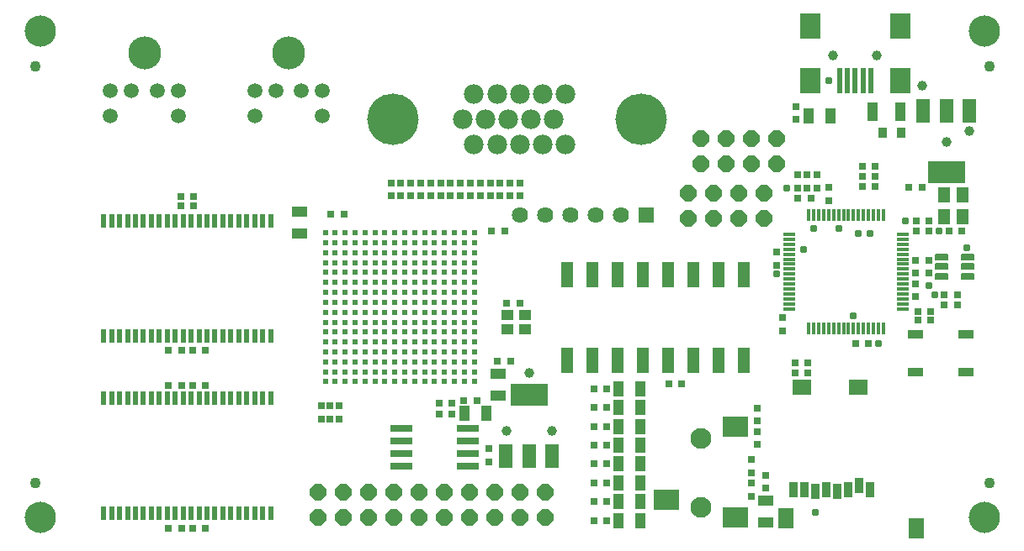
<source format=gts>
G75*
G70*
%OFA0B0*%
%FSLAX24Y24*%
%IPPOS*%
%LPD*%
%AMOC8*
5,1,8,0,0,1.08239X$1,22.5*
%
%ADD10C,0.1240*%
%ADD11R,0.0910X0.0280*%
%ADD12R,0.0146X0.0512*%
%ADD13R,0.0512X0.0146*%
%ADD14R,0.0316X0.0276*%
%ADD15R,0.0276X0.0316*%
%ADD16R,0.0237X0.1024*%
%ADD17R,0.0827X0.1024*%
%ADD18C,0.0394*%
%ADD19R,0.0512X0.0591*%
%ADD20C,0.0051*%
%ADD21R,0.0749X0.0591*%
%ADD22R,0.0591X0.0788*%
%ADD23R,0.0355X0.0631*%
%ADD24R,0.0394X0.0591*%
%ADD25R,0.0473X0.0394*%
%ADD26R,0.0591X0.0394*%
%ADD27R,0.0197X0.0552*%
%ADD28C,0.0237*%
%ADD29C,0.0594*%
%ADD30C,0.1306*%
%ADD31OC8,0.0640*%
%ADD32C,0.0780*%
%ADD33C,0.2040*%
%ADD34R,0.0520X0.0920*%
%ADD35R,0.1457X0.0906*%
%ADD36R,0.0355X0.0434*%
%ADD37R,0.0640X0.0640*%
%ADD38C,0.0640*%
%ADD39R,0.0640X0.0340*%
%ADD40R,0.1024X0.0827*%
%ADD41C,0.0827*%
%ADD42R,0.0485X0.1001*%
%ADD43R,0.0434X0.0749*%
%ADD44C,0.0434*%
%ADD45C,0.0310*%
%ADD46C,0.0396*%
D10*
X001134Y002973D03*
X001134Y022264D03*
X038536Y022264D03*
X038536Y002973D03*
D11*
X018084Y005018D03*
X018084Y005518D03*
X018084Y006018D03*
X018084Y006518D03*
X015434Y006518D03*
X015434Y006018D03*
X015434Y005518D03*
X015434Y005018D03*
D12*
X031587Y010492D03*
X031784Y010492D03*
X031981Y010492D03*
X032178Y010492D03*
X032374Y010492D03*
X032571Y010492D03*
X032768Y010492D03*
X032965Y010492D03*
X033162Y010492D03*
X033359Y010492D03*
X033556Y010492D03*
X033752Y010492D03*
X033949Y010492D03*
X034146Y010492D03*
X034343Y010492D03*
X034540Y010492D03*
X034540Y014981D03*
X034343Y014981D03*
X034146Y014981D03*
X033949Y014981D03*
X033752Y014981D03*
X033556Y014981D03*
X033359Y014981D03*
X033162Y014981D03*
X032965Y014981D03*
X032768Y014981D03*
X032571Y014981D03*
X032374Y014981D03*
X032178Y014981D03*
X031981Y014981D03*
X031784Y014981D03*
X031587Y014981D03*
D13*
X030819Y014213D03*
X030819Y014016D03*
X030819Y013819D03*
X030819Y013622D03*
X030819Y013425D03*
X030819Y013229D03*
X030819Y013032D03*
X030819Y012835D03*
X030819Y012638D03*
X030819Y012441D03*
X030819Y012244D03*
X030819Y012047D03*
X030819Y011851D03*
X030819Y011654D03*
X030819Y011457D03*
X030819Y011260D03*
X035307Y011260D03*
X035307Y011457D03*
X035307Y011654D03*
X035307Y011851D03*
X035307Y012047D03*
X035307Y012244D03*
X035307Y012441D03*
X035307Y012638D03*
X035307Y012835D03*
X035307Y013032D03*
X035307Y013229D03*
X035307Y013425D03*
X035307Y013622D03*
X035307Y013819D03*
X035307Y014016D03*
X035307Y014213D03*
D14*
X035837Y014351D03*
X036353Y014351D03*
X036353Y014744D03*
X035837Y014744D03*
X037136Y014351D03*
X037652Y014351D03*
X036067Y016063D03*
X035552Y016063D03*
X034227Y016122D03*
X034227Y016516D03*
X034227Y016910D03*
X033711Y016910D03*
X033711Y016516D03*
X033711Y016122D03*
X031668Y015650D03*
X031152Y015650D03*
X036959Y011801D03*
X036959Y011408D03*
X036431Y011162D03*
X035916Y011162D03*
X035916Y010807D03*
X036431Y010807D03*
X037475Y011408D03*
X037475Y011801D03*
X033951Y009882D03*
X033436Y009882D03*
X031550Y009114D03*
X031550Y008721D03*
X031034Y008721D03*
X031034Y009114D03*
X026550Y008288D03*
X026034Y008288D03*
X023597Y008091D03*
X023081Y008091D03*
X023081Y007343D03*
X023597Y007343D03*
X023597Y006595D03*
X023081Y006595D03*
X023081Y005847D03*
X023597Y005847D03*
X023597Y005099D03*
X023081Y005099D03*
X023081Y004351D03*
X023597Y004351D03*
X023597Y003603D03*
X023081Y003603D03*
X023081Y002855D03*
X023597Y002855D03*
X017455Y007067D03*
X017455Y007500D03*
X016939Y007500D03*
X016939Y007067D03*
X017924Y007618D03*
X018439Y007618D03*
X019262Y009193D03*
X019778Y009193D03*
X019617Y011477D03*
X020132Y011477D03*
X019542Y014351D03*
X019026Y014351D03*
X013174Y015020D03*
X012658Y015020D03*
X007219Y015335D03*
X007219Y015729D03*
X006703Y015729D03*
X006703Y015335D03*
X006746Y009626D03*
X006231Y009626D03*
X007176Y009626D03*
X007691Y009626D03*
X007691Y008209D03*
X007176Y008209D03*
X006746Y008209D03*
X006231Y008209D03*
X006231Y002540D03*
X006746Y002540D03*
X007176Y002540D03*
X007691Y002540D03*
D15*
X012276Y006888D03*
X012630Y006888D03*
X012985Y006888D03*
X012985Y007404D03*
X012630Y007404D03*
X012276Y007404D03*
X018930Y005711D03*
X018930Y005195D03*
X029323Y005278D03*
X029323Y004762D03*
X029323Y004333D03*
X029323Y003817D03*
X029874Y004132D03*
X029874Y004648D03*
X029559Y005864D03*
X029559Y006380D03*
X029559Y006809D03*
X029559Y007325D03*
X030554Y010382D03*
X030554Y010898D03*
X030307Y012990D03*
X030307Y013506D03*
X032374Y015550D03*
X032374Y016065D03*
X031922Y016061D03*
X031528Y016061D03*
X031134Y016061D03*
X031134Y016577D03*
X031528Y016577D03*
X031922Y016577D03*
X031095Y018778D03*
X031095Y019293D03*
X035829Y013191D03*
X036361Y013191D03*
X036361Y012676D03*
X035829Y012676D03*
X035829Y012246D03*
X035829Y011731D03*
X020150Y015746D03*
X019756Y015746D03*
X019363Y015746D03*
X018969Y015746D03*
X018575Y015746D03*
X018181Y015746D03*
X017788Y015746D03*
X017394Y015746D03*
X017000Y015746D03*
X016607Y015746D03*
X016213Y015746D03*
X015819Y015746D03*
X015426Y015746D03*
X015032Y015746D03*
X015032Y016262D03*
X015426Y016262D03*
X015819Y016262D03*
X016213Y016262D03*
X016607Y016262D03*
X017000Y016262D03*
X017394Y016262D03*
X017788Y016262D03*
X018181Y016262D03*
X018575Y016262D03*
X018969Y016262D03*
X019363Y016262D03*
X019756Y016262D03*
X020150Y016262D03*
D16*
X032798Y020321D03*
X033113Y020321D03*
X033428Y020321D03*
X033743Y020321D03*
X034057Y020321D03*
D17*
X035199Y020321D03*
X035199Y022486D03*
X031656Y022486D03*
X031656Y020321D03*
D18*
X032561Y021305D03*
X034294Y021305D03*
D19*
X036961Y015768D03*
X037670Y015768D03*
X037670Y014902D03*
X036961Y014902D03*
D20*
X036622Y013410D02*
X036622Y013204D01*
X036622Y013410D02*
X037084Y013410D01*
X037084Y013204D01*
X036622Y013204D01*
X036622Y013254D02*
X037084Y013254D01*
X037084Y013304D02*
X036622Y013304D01*
X036622Y013354D02*
X037084Y013354D01*
X037084Y013404D02*
X036622Y013404D01*
X036622Y013036D02*
X036622Y012830D01*
X036622Y013036D02*
X037084Y013036D01*
X037084Y012830D01*
X036622Y012830D01*
X036622Y012880D02*
X037084Y012880D01*
X037084Y012930D02*
X036622Y012930D01*
X036622Y012980D02*
X037084Y012980D01*
X037084Y013030D02*
X036622Y013030D01*
X036622Y012662D02*
X036622Y012456D01*
X036622Y012662D02*
X037084Y012662D01*
X037084Y012456D01*
X036622Y012456D01*
X036622Y012506D02*
X037084Y012506D01*
X037084Y012556D02*
X036622Y012556D01*
X036622Y012606D02*
X037084Y012606D01*
X037084Y012656D02*
X036622Y012656D01*
X037645Y012662D02*
X037645Y012456D01*
X037645Y012662D02*
X038107Y012662D01*
X038107Y012456D01*
X037645Y012456D01*
X037645Y012506D02*
X038107Y012506D01*
X038107Y012556D02*
X037645Y012556D01*
X037645Y012606D02*
X038107Y012606D01*
X038107Y012656D02*
X037645Y012656D01*
X037645Y012830D02*
X037645Y013036D01*
X038107Y013036D01*
X038107Y012830D01*
X037645Y012830D01*
X037645Y012880D02*
X038107Y012880D01*
X038107Y012930D02*
X037645Y012930D01*
X037645Y012980D02*
X038107Y012980D01*
X038107Y013030D02*
X037645Y013030D01*
X037645Y013204D02*
X037645Y013410D01*
X038107Y013410D01*
X038107Y013204D01*
X037645Y013204D01*
X037645Y013254D02*
X038107Y013254D01*
X038107Y013304D02*
X037645Y013304D01*
X037645Y013354D02*
X038107Y013354D01*
X038107Y013404D02*
X037645Y013404D01*
D21*
X033556Y008132D03*
X031311Y008132D03*
D22*
X030681Y002955D03*
X035859Y002561D03*
D23*
X034024Y004077D03*
X033591Y004234D03*
X033158Y004077D03*
X032725Y003998D03*
X032292Y004077D03*
X031859Y003998D03*
X031426Y004077D03*
X030993Y004077D03*
D24*
X024914Y004351D03*
X024048Y004351D03*
X024048Y005099D03*
X024914Y005099D03*
X024914Y005847D03*
X024048Y005847D03*
X024048Y006595D03*
X024914Y006595D03*
X024914Y007343D03*
X024048Y007343D03*
X024048Y008091D03*
X024914Y008091D03*
X018811Y007107D03*
X017945Y007107D03*
X024048Y003603D03*
X024048Y002855D03*
X024914Y002855D03*
X024914Y003603D03*
X031567Y018918D03*
X032433Y018918D03*
D25*
X020347Y011004D03*
X020347Y010453D03*
X019638Y010453D03*
X019638Y011004D03*
D26*
X019284Y008681D03*
X019284Y007815D03*
X011410Y014233D03*
X011410Y015099D03*
X029874Y003642D03*
X029874Y002776D03*
D27*
X010268Y003130D03*
X009953Y003130D03*
X009638Y003130D03*
X009323Y003130D03*
X009008Y003130D03*
X008693Y003130D03*
X008378Y003130D03*
X008063Y003130D03*
X007748Y003130D03*
X007433Y003130D03*
X007119Y003130D03*
X006804Y003130D03*
X006489Y003130D03*
X006174Y003130D03*
X005859Y003130D03*
X005544Y003130D03*
X005229Y003130D03*
X004914Y003130D03*
X004599Y003130D03*
X004284Y003130D03*
X003969Y003130D03*
X003654Y003130D03*
X003654Y007697D03*
X003969Y007697D03*
X004284Y007697D03*
X004599Y007697D03*
X004914Y007697D03*
X005229Y007697D03*
X005544Y007697D03*
X005859Y007697D03*
X006174Y007697D03*
X006489Y007697D03*
X006804Y007697D03*
X007119Y007697D03*
X007433Y007697D03*
X007748Y007697D03*
X008063Y007697D03*
X008378Y007697D03*
X008693Y007697D03*
X009008Y007697D03*
X009323Y007697D03*
X009638Y007697D03*
X009953Y007697D03*
X010268Y007697D03*
X010268Y010177D03*
X009953Y010177D03*
X009638Y010177D03*
X009323Y010177D03*
X009008Y010177D03*
X008693Y010177D03*
X008378Y010177D03*
X008063Y010177D03*
X007748Y010177D03*
X007433Y010177D03*
X007119Y010177D03*
X006804Y010177D03*
X006489Y010177D03*
X006174Y010177D03*
X005859Y010177D03*
X005544Y010177D03*
X005229Y010177D03*
X004914Y010177D03*
X004599Y010177D03*
X004284Y010177D03*
X003969Y010177D03*
X003654Y010177D03*
X003654Y014744D03*
X003969Y014744D03*
X004284Y014744D03*
X004599Y014744D03*
X004914Y014744D03*
X005229Y014744D03*
X005544Y014744D03*
X005859Y014744D03*
X006174Y014744D03*
X006489Y014744D03*
X006804Y014744D03*
X007119Y014744D03*
X007433Y014744D03*
X007748Y014744D03*
X008063Y014744D03*
X008378Y014744D03*
X008693Y014744D03*
X009008Y014744D03*
X009323Y014744D03*
X009638Y014744D03*
X009953Y014744D03*
X010268Y014744D03*
D28*
X012433Y014272D03*
X012827Y014272D03*
X013221Y014272D03*
X013615Y014272D03*
X014008Y014272D03*
X014402Y014272D03*
X014796Y014272D03*
X015189Y014272D03*
X015583Y014272D03*
X015977Y014272D03*
X016370Y014272D03*
X016764Y014272D03*
X017158Y014272D03*
X017552Y014272D03*
X017945Y014272D03*
X018339Y014272D03*
X018339Y013878D03*
X018339Y013484D03*
X017945Y013484D03*
X017552Y013484D03*
X017158Y013484D03*
X016764Y013484D03*
X016370Y013484D03*
X015977Y013484D03*
X015583Y013484D03*
X015189Y013484D03*
X014796Y013484D03*
X014402Y013484D03*
X014008Y013484D03*
X013615Y013484D03*
X013221Y013484D03*
X012827Y013484D03*
X012433Y013484D03*
X012433Y013878D03*
X012827Y013878D03*
X013221Y013878D03*
X013615Y013878D03*
X014008Y013878D03*
X014402Y013878D03*
X014796Y013878D03*
X015189Y013878D03*
X015583Y013878D03*
X015977Y013878D03*
X016370Y013878D03*
X016764Y013878D03*
X017158Y013878D03*
X017552Y013878D03*
X017945Y013878D03*
X017945Y013091D03*
X017552Y013091D03*
X017552Y012697D03*
X017945Y012697D03*
X018339Y012697D03*
X018339Y013091D03*
X018339Y012303D03*
X018339Y011910D03*
X017945Y011910D03*
X017945Y012303D03*
X017552Y012303D03*
X017552Y011910D03*
X017158Y011910D03*
X017158Y012303D03*
X016764Y012303D03*
X016764Y011910D03*
X016370Y011910D03*
X015977Y011910D03*
X015977Y012303D03*
X016370Y012303D03*
X016370Y012697D03*
X015977Y012697D03*
X015977Y013091D03*
X016370Y013091D03*
X016764Y013091D03*
X017158Y013091D03*
X017158Y012697D03*
X016764Y012697D03*
X015583Y012697D03*
X015189Y012697D03*
X014796Y012697D03*
X014796Y013091D03*
X015189Y013091D03*
X015583Y013091D03*
X015583Y012303D03*
X015583Y011910D03*
X015189Y011910D03*
X014796Y011910D03*
X014796Y012303D03*
X015189Y012303D03*
X014402Y012303D03*
X014402Y011910D03*
X014008Y011910D03*
X014008Y012303D03*
X013615Y012303D03*
X013615Y011910D03*
X013221Y011910D03*
X013221Y012303D03*
X012827Y012303D03*
X012827Y011910D03*
X012433Y011910D03*
X012433Y012303D03*
X012433Y012697D03*
X012433Y013091D03*
X012827Y013091D03*
X013221Y013091D03*
X013615Y013091D03*
X014008Y013091D03*
X014008Y012697D03*
X013615Y012697D03*
X013221Y012697D03*
X012827Y012697D03*
X014402Y012697D03*
X014402Y013091D03*
X014402Y011516D03*
X014796Y011516D03*
X015189Y011516D03*
X015189Y011122D03*
X014796Y011122D03*
X014402Y011122D03*
X014008Y011122D03*
X013615Y011122D03*
X013615Y011516D03*
X014008Y011516D03*
X013221Y011516D03*
X013221Y011122D03*
X012827Y011122D03*
X012433Y011122D03*
X012433Y011516D03*
X012827Y011516D03*
X012827Y010729D03*
X012433Y010729D03*
X012433Y010335D03*
X012433Y009941D03*
X012827Y009941D03*
X013221Y009941D03*
X013615Y009941D03*
X014008Y009941D03*
X014008Y010335D03*
X013615Y010335D03*
X013221Y010335D03*
X012827Y010335D03*
X013221Y010729D03*
X013615Y010729D03*
X014008Y010729D03*
X014402Y010729D03*
X014796Y010729D03*
X015189Y010729D03*
X015583Y010729D03*
X015977Y010729D03*
X016370Y010729D03*
X016764Y010729D03*
X017158Y010729D03*
X017552Y010729D03*
X017945Y010729D03*
X018339Y010729D03*
X018339Y011122D03*
X017945Y011122D03*
X017552Y011122D03*
X017552Y011516D03*
X017945Y011516D03*
X018339Y011516D03*
X017158Y011516D03*
X017158Y011122D03*
X016764Y011122D03*
X016370Y011122D03*
X015977Y011122D03*
X015583Y011122D03*
X015583Y011516D03*
X015977Y011516D03*
X016370Y011516D03*
X016764Y011516D03*
X016764Y010335D03*
X016370Y010335D03*
X015977Y010335D03*
X015977Y009941D03*
X016370Y009941D03*
X016764Y009941D03*
X017158Y009941D03*
X017552Y009941D03*
X017945Y009941D03*
X017945Y010335D03*
X017552Y010335D03*
X017158Y010335D03*
X017158Y009547D03*
X017158Y009154D03*
X017552Y009154D03*
X017945Y009154D03*
X017945Y009547D03*
X017552Y009547D03*
X018339Y009547D03*
X018339Y009154D03*
X018339Y008760D03*
X018339Y008366D03*
X017945Y008366D03*
X017552Y008366D03*
X017552Y008760D03*
X017945Y008760D03*
X017158Y008760D03*
X017158Y008366D03*
X016764Y008366D03*
X016370Y008366D03*
X015977Y008366D03*
X015583Y008366D03*
X015189Y008366D03*
X014796Y008366D03*
X014402Y008366D03*
X014008Y008366D03*
X013615Y008366D03*
X013615Y008760D03*
X014008Y008760D03*
X014402Y008760D03*
X014796Y008760D03*
X015189Y008760D03*
X015583Y008760D03*
X015977Y008760D03*
X016370Y008760D03*
X016764Y008760D03*
X016764Y009154D03*
X016764Y009547D03*
X016370Y009547D03*
X016370Y009154D03*
X015977Y009154D03*
X015977Y009547D03*
X015583Y009547D03*
X015583Y009154D03*
X015189Y009154D03*
X014796Y009154D03*
X014796Y009547D03*
X015189Y009547D03*
X015189Y009941D03*
X014796Y009941D03*
X014796Y010335D03*
X015189Y010335D03*
X015583Y010335D03*
X015583Y009941D03*
X014402Y009941D03*
X014402Y010335D03*
X014402Y009547D03*
X014402Y009154D03*
X014008Y009154D03*
X013615Y009154D03*
X013615Y009547D03*
X014008Y009547D03*
X013221Y009547D03*
X013221Y009154D03*
X012827Y009154D03*
X012827Y009547D03*
X012433Y009547D03*
X012433Y009154D03*
X012433Y008760D03*
X012433Y008366D03*
X012827Y008366D03*
X013221Y008366D03*
X013221Y008760D03*
X012827Y008760D03*
X018339Y009941D03*
X018339Y010335D03*
D29*
X012315Y018918D03*
X012315Y019902D03*
X011489Y019902D03*
X010465Y019902D03*
X009638Y019902D03*
X009638Y018918D03*
X006607Y018918D03*
X006607Y019902D03*
X005780Y019902D03*
X004756Y019902D03*
X003930Y019902D03*
X003930Y018918D03*
D30*
X005268Y021398D03*
X010977Y021398D03*
D31*
X026800Y015835D03*
X027800Y015835D03*
X028800Y015835D03*
X029800Y015835D03*
X029800Y014835D03*
X028800Y014835D03*
X027800Y014835D03*
X026800Y014835D03*
X027300Y017000D03*
X028300Y017000D03*
X029300Y017000D03*
X030300Y017000D03*
X030300Y018000D03*
X029300Y018000D03*
X028300Y018000D03*
X027300Y018000D03*
X021150Y003988D03*
X020150Y003988D03*
X019150Y003988D03*
X018150Y003988D03*
X017150Y003988D03*
X016150Y003988D03*
X015150Y003988D03*
X014150Y003988D03*
X013150Y003988D03*
X012150Y003988D03*
X012150Y002988D03*
X013150Y002988D03*
X014150Y002988D03*
X015150Y002988D03*
X016150Y002988D03*
X017150Y002988D03*
X018150Y002988D03*
X019150Y002988D03*
X020150Y002988D03*
X021150Y002988D03*
D32*
X021036Y017768D03*
X020134Y017768D03*
X019233Y017768D03*
X018331Y017768D03*
X017882Y018768D03*
X018784Y018768D03*
X019685Y018768D03*
X020587Y018768D03*
X021489Y018768D03*
X021937Y019768D03*
X021036Y019768D03*
X020134Y019768D03*
X019233Y019768D03*
X018331Y019768D03*
X021937Y017768D03*
D33*
X024953Y018768D03*
X015111Y018768D03*
D34*
X019594Y005414D03*
X020504Y005414D03*
X021414Y005414D03*
X036130Y019114D03*
X037040Y019114D03*
X037950Y019114D03*
D35*
X037040Y016674D03*
X020504Y007854D03*
D36*
X034510Y018248D03*
X035239Y018248D03*
D37*
X025150Y014988D03*
D38*
X024150Y014988D03*
X023150Y014988D03*
X022150Y014988D03*
X021150Y014988D03*
X020150Y014988D03*
D39*
X035804Y010258D03*
X037804Y010258D03*
X037804Y008758D03*
X035804Y008758D03*
D40*
X028674Y006595D03*
X025957Y003681D03*
X028674Y002973D03*
D41*
X027315Y003366D03*
X027315Y006122D03*
D42*
X027017Y009213D03*
X026017Y009213D03*
X025017Y009213D03*
X024017Y009213D03*
X023017Y009213D03*
X022017Y009213D03*
X022017Y012599D03*
X023017Y012599D03*
X024017Y012599D03*
X025017Y012599D03*
X026017Y012599D03*
X027017Y012599D03*
X028017Y012599D03*
X029017Y012599D03*
X029017Y009213D03*
X028017Y009213D03*
D43*
X034126Y019075D03*
X035229Y019075D03*
D44*
X038733Y020886D03*
X038733Y004351D03*
X000937Y004351D03*
X000937Y020886D03*
D45*
X030307Y012638D03*
X031390Y013622D03*
X031784Y014459D03*
X032768Y014459D03*
X033556Y014262D03*
X033998Y014262D03*
X035426Y014744D03*
X036764Y014351D03*
X037857Y013671D03*
X036361Y012195D03*
X036567Y011801D03*
X034343Y009882D03*
X033359Y010975D03*
X030721Y016044D03*
X032394Y020325D03*
X031833Y003170D03*
D46*
X021410Y006398D03*
X019599Y006398D03*
X020504Y008721D03*
X037040Y017894D03*
X037945Y018317D03*
X036095Y020099D03*
M02*

</source>
